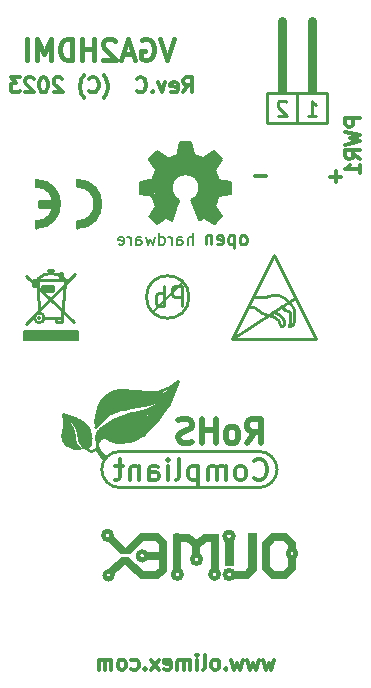
<source format=gbr>
%TF.GenerationSoftware,KiCad,Pcbnew,7.0.9-7.0.9~ubuntu22.04.1*%
%TF.CreationDate,2023-12-18T16:27:13+02:00*%
%TF.ProjectId,VGA2HDMI_Rev_C,56474132-4844-44d4-995f-5265765f432e,C*%
%TF.SameCoordinates,PX5f5e100PY7270e00*%
%TF.FileFunction,Legend,Bot*%
%TF.FilePolarity,Positive*%
%FSLAX46Y46*%
G04 Gerber Fmt 4.6, Leading zero omitted, Abs format (unit mm)*
G04 Created by KiCad (PCBNEW 7.0.9-7.0.9~ubuntu22.04.1) date 2023-12-18 16:27:13*
%MOMM*%
%LPD*%
G01*
G04 APERTURE LIST*
%ADD10C,0.444500*%
%ADD11C,0.317500*%
%ADD12C,0.254000*%
%ADD13C,0.180000*%
%ADD14C,0.500000*%
%ADD15C,0.350000*%
%ADD16C,0.300000*%
%ADD17C,0.700000*%
%ADD18C,0.100000*%
%ADD19C,0.400000*%
%ADD20C,0.150000*%
%ADD21C,0.370000*%
%ADD22C,0.380000*%
%ADD23C,1.000000*%
%ADD24C,0.420000*%
%ADD25C,0.200000*%
%ADD26C,0.127000*%
%ADD27C,0.508000*%
%ADD28C,0.762000*%
G04 APERTURE END LIST*
D10*
X14553999Y54176577D02*
X13961333Y52398577D01*
X13961333Y52398577D02*
X13368666Y54176577D01*
X11844666Y54091910D02*
X12013999Y54176577D01*
X12013999Y54176577D02*
X12267999Y54176577D01*
X12267999Y54176577D02*
X12521999Y54091910D01*
X12521999Y54091910D02*
X12691333Y53922577D01*
X12691333Y53922577D02*
X12775999Y53753243D01*
X12775999Y53753243D02*
X12860666Y53414577D01*
X12860666Y53414577D02*
X12860666Y53160577D01*
X12860666Y53160577D02*
X12775999Y52821910D01*
X12775999Y52821910D02*
X12691333Y52652577D01*
X12691333Y52652577D02*
X12521999Y52483243D01*
X12521999Y52483243D02*
X12267999Y52398577D01*
X12267999Y52398577D02*
X12098666Y52398577D01*
X12098666Y52398577D02*
X11844666Y52483243D01*
X11844666Y52483243D02*
X11759999Y52567910D01*
X11759999Y52567910D02*
X11759999Y53160577D01*
X11759999Y53160577D02*
X12098666Y53160577D01*
X11082666Y52906577D02*
X10235999Y52906577D01*
X11251999Y52398577D02*
X10659333Y54176577D01*
X10659333Y54176577D02*
X10066666Y52398577D01*
X9558666Y54007243D02*
X9473999Y54091910D01*
X9473999Y54091910D02*
X9304666Y54176577D01*
X9304666Y54176577D02*
X8881333Y54176577D01*
X8881333Y54176577D02*
X8711999Y54091910D01*
X8711999Y54091910D02*
X8627333Y54007243D01*
X8627333Y54007243D02*
X8542666Y53837910D01*
X8542666Y53837910D02*
X8542666Y53668577D01*
X8542666Y53668577D02*
X8627333Y53414577D01*
X8627333Y53414577D02*
X9643333Y52398577D01*
X9643333Y52398577D02*
X8542666Y52398577D01*
X7780666Y52398577D02*
X7780666Y54176577D01*
X7780666Y53329910D02*
X6764666Y53329910D01*
X6764666Y52398577D02*
X6764666Y54176577D01*
X5917999Y52398577D02*
X5917999Y54176577D01*
X5917999Y54176577D02*
X5494666Y54176577D01*
X5494666Y54176577D02*
X5240666Y54091910D01*
X5240666Y54091910D02*
X5071333Y53922577D01*
X5071333Y53922577D02*
X4986666Y53753243D01*
X4986666Y53753243D02*
X4901999Y53414577D01*
X4901999Y53414577D02*
X4901999Y53160577D01*
X4901999Y53160577D02*
X4986666Y52821910D01*
X4986666Y52821910D02*
X5071333Y52652577D01*
X5071333Y52652577D02*
X5240666Y52483243D01*
X5240666Y52483243D02*
X5494666Y52398577D01*
X5494666Y52398577D02*
X5917999Y52398577D01*
X4139999Y52398577D02*
X4139999Y54176577D01*
X4139999Y54176577D02*
X3547333Y52906577D01*
X3547333Y52906577D02*
X2954666Y54176577D01*
X2954666Y54176577D02*
X2954666Y52398577D01*
X2107999Y52398577D02*
X2107999Y54176577D01*
D11*
X23069046Y1657651D02*
X22827141Y810984D01*
X22827141Y810984D02*
X22585236Y1415746D01*
X22585236Y1415746D02*
X22343332Y810984D01*
X22343332Y810984D02*
X22101427Y1657651D01*
X21738570Y1657651D02*
X21496665Y810984D01*
X21496665Y810984D02*
X21254760Y1415746D01*
X21254760Y1415746D02*
X21012856Y810984D01*
X21012856Y810984D02*
X20770951Y1657651D01*
X20408094Y1657651D02*
X20166189Y810984D01*
X20166189Y810984D02*
X19924284Y1415746D01*
X19924284Y1415746D02*
X19682380Y810984D01*
X19682380Y810984D02*
X19440475Y1657651D01*
X18956666Y931937D02*
X18896189Y871460D01*
X18896189Y871460D02*
X18956666Y810984D01*
X18956666Y810984D02*
X19017142Y871460D01*
X19017142Y871460D02*
X18956666Y931937D01*
X18956666Y931937D02*
X18956666Y810984D01*
X18170475Y810984D02*
X18291427Y871460D01*
X18291427Y871460D02*
X18351904Y931937D01*
X18351904Y931937D02*
X18412380Y1052889D01*
X18412380Y1052889D02*
X18412380Y1415746D01*
X18412380Y1415746D02*
X18351904Y1536699D01*
X18351904Y1536699D02*
X18291427Y1597175D01*
X18291427Y1597175D02*
X18170475Y1657651D01*
X18170475Y1657651D02*
X17989046Y1657651D01*
X17989046Y1657651D02*
X17868094Y1597175D01*
X17868094Y1597175D02*
X17807618Y1536699D01*
X17807618Y1536699D02*
X17747142Y1415746D01*
X17747142Y1415746D02*
X17747142Y1052889D01*
X17747142Y1052889D02*
X17807618Y931937D01*
X17807618Y931937D02*
X17868094Y871460D01*
X17868094Y871460D02*
X17989046Y810984D01*
X17989046Y810984D02*
X18170475Y810984D01*
X17021427Y810984D02*
X17142379Y871460D01*
X17142379Y871460D02*
X17202856Y992413D01*
X17202856Y992413D02*
X17202856Y2080984D01*
X16537618Y810984D02*
X16537618Y1657651D01*
X16537618Y2080984D02*
X16598094Y2020508D01*
X16598094Y2020508D02*
X16537618Y1960032D01*
X16537618Y1960032D02*
X16477141Y2020508D01*
X16477141Y2020508D02*
X16537618Y2080984D01*
X16537618Y2080984D02*
X16537618Y1960032D01*
X15932856Y810984D02*
X15932856Y1657651D01*
X15932856Y1536699D02*
X15872379Y1597175D01*
X15872379Y1597175D02*
X15751427Y1657651D01*
X15751427Y1657651D02*
X15569998Y1657651D01*
X15569998Y1657651D02*
X15449046Y1597175D01*
X15449046Y1597175D02*
X15388570Y1476222D01*
X15388570Y1476222D02*
X15388570Y810984D01*
X15388570Y1476222D02*
X15328094Y1597175D01*
X15328094Y1597175D02*
X15207141Y1657651D01*
X15207141Y1657651D02*
X15025713Y1657651D01*
X15025713Y1657651D02*
X14904760Y1597175D01*
X14904760Y1597175D02*
X14844284Y1476222D01*
X14844284Y1476222D02*
X14844284Y810984D01*
X13755713Y871460D02*
X13876665Y810984D01*
X13876665Y810984D02*
X14118570Y810984D01*
X14118570Y810984D02*
X14239523Y871460D01*
X14239523Y871460D02*
X14299999Y992413D01*
X14299999Y992413D02*
X14299999Y1476222D01*
X14299999Y1476222D02*
X14239523Y1597175D01*
X14239523Y1597175D02*
X14118570Y1657651D01*
X14118570Y1657651D02*
X13876665Y1657651D01*
X13876665Y1657651D02*
X13755713Y1597175D01*
X13755713Y1597175D02*
X13695237Y1476222D01*
X13695237Y1476222D02*
X13695237Y1355270D01*
X13695237Y1355270D02*
X14299999Y1234318D01*
X13271904Y810984D02*
X12606666Y1657651D01*
X13271904Y1657651D02*
X12606666Y810984D01*
X12122857Y931937D02*
X12062380Y871460D01*
X12062380Y871460D02*
X12122857Y810984D01*
X12122857Y810984D02*
X12183333Y871460D01*
X12183333Y871460D02*
X12122857Y931937D01*
X12122857Y931937D02*
X12122857Y810984D01*
X10973809Y871460D02*
X11094761Y810984D01*
X11094761Y810984D02*
X11336666Y810984D01*
X11336666Y810984D02*
X11457618Y871460D01*
X11457618Y871460D02*
X11518095Y931937D01*
X11518095Y931937D02*
X11578571Y1052889D01*
X11578571Y1052889D02*
X11578571Y1415746D01*
X11578571Y1415746D02*
X11518095Y1536699D01*
X11518095Y1536699D02*
X11457618Y1597175D01*
X11457618Y1597175D02*
X11336666Y1657651D01*
X11336666Y1657651D02*
X11094761Y1657651D01*
X11094761Y1657651D02*
X10973809Y1597175D01*
X10248095Y810984D02*
X10369047Y871460D01*
X10369047Y871460D02*
X10429524Y931937D01*
X10429524Y931937D02*
X10490000Y1052889D01*
X10490000Y1052889D02*
X10490000Y1415746D01*
X10490000Y1415746D02*
X10429524Y1536699D01*
X10429524Y1536699D02*
X10369047Y1597175D01*
X10369047Y1597175D02*
X10248095Y1657651D01*
X10248095Y1657651D02*
X10066666Y1657651D01*
X10066666Y1657651D02*
X9945714Y1597175D01*
X9945714Y1597175D02*
X9885238Y1536699D01*
X9885238Y1536699D02*
X9824762Y1415746D01*
X9824762Y1415746D02*
X9824762Y1052889D01*
X9824762Y1052889D02*
X9885238Y931937D01*
X9885238Y931937D02*
X9945714Y871460D01*
X9945714Y871460D02*
X10066666Y810984D01*
X10066666Y810984D02*
X10248095Y810984D01*
X9280476Y810984D02*
X9280476Y1657651D01*
X9280476Y1536699D02*
X9219999Y1597175D01*
X9219999Y1597175D02*
X9099047Y1657651D01*
X9099047Y1657651D02*
X8917618Y1657651D01*
X8917618Y1657651D02*
X8796666Y1597175D01*
X8796666Y1597175D02*
X8736190Y1476222D01*
X8736190Y1476222D02*
X8736190Y810984D01*
X8736190Y1476222D02*
X8675714Y1597175D01*
X8675714Y1597175D02*
X8554761Y1657651D01*
X8554761Y1657651D02*
X8373333Y1657651D01*
X8373333Y1657651D02*
X8252380Y1597175D01*
X8252380Y1597175D02*
X8191904Y1476222D01*
X8191904Y1476222D02*
X8191904Y810984D01*
X15364380Y49705984D02*
X15787714Y50310746D01*
X16090095Y49705984D02*
X16090095Y50975984D01*
X16090095Y50975984D02*
X15606285Y50975984D01*
X15606285Y50975984D02*
X15485333Y50915508D01*
X15485333Y50915508D02*
X15424856Y50855032D01*
X15424856Y50855032D02*
X15364380Y50734080D01*
X15364380Y50734080D02*
X15364380Y50552651D01*
X15364380Y50552651D02*
X15424856Y50431699D01*
X15424856Y50431699D02*
X15485333Y50371222D01*
X15485333Y50371222D02*
X15606285Y50310746D01*
X15606285Y50310746D02*
X16090095Y50310746D01*
X14336285Y49766460D02*
X14457237Y49705984D01*
X14457237Y49705984D02*
X14699142Y49705984D01*
X14699142Y49705984D02*
X14820095Y49766460D01*
X14820095Y49766460D02*
X14880571Y49887413D01*
X14880571Y49887413D02*
X14880571Y50371222D01*
X14880571Y50371222D02*
X14820095Y50492175D01*
X14820095Y50492175D02*
X14699142Y50552651D01*
X14699142Y50552651D02*
X14457237Y50552651D01*
X14457237Y50552651D02*
X14336285Y50492175D01*
X14336285Y50492175D02*
X14275809Y50371222D01*
X14275809Y50371222D02*
X14275809Y50250270D01*
X14275809Y50250270D02*
X14880571Y50129318D01*
X13852476Y50552651D02*
X13550095Y49705984D01*
X13550095Y49705984D02*
X13247714Y50552651D01*
X12763905Y49826937D02*
X12703428Y49766460D01*
X12703428Y49766460D02*
X12763905Y49705984D01*
X12763905Y49705984D02*
X12824381Y49766460D01*
X12824381Y49766460D02*
X12763905Y49826937D01*
X12763905Y49826937D02*
X12763905Y49705984D01*
X11433428Y49826937D02*
X11493904Y49766460D01*
X11493904Y49766460D02*
X11675333Y49705984D01*
X11675333Y49705984D02*
X11796285Y49705984D01*
X11796285Y49705984D02*
X11977714Y49766460D01*
X11977714Y49766460D02*
X12098666Y49887413D01*
X12098666Y49887413D02*
X12159143Y50008365D01*
X12159143Y50008365D02*
X12219619Y50250270D01*
X12219619Y50250270D02*
X12219619Y50431699D01*
X12219619Y50431699D02*
X12159143Y50673603D01*
X12159143Y50673603D02*
X12098666Y50794556D01*
X12098666Y50794556D02*
X11977714Y50915508D01*
X11977714Y50915508D02*
X11796285Y50975984D01*
X11796285Y50975984D02*
X11675333Y50975984D01*
X11675333Y50975984D02*
X11493904Y50915508D01*
X11493904Y50915508D02*
X11433428Y50855032D01*
X8621285Y49222175D02*
X8681762Y49282651D01*
X8681762Y49282651D02*
X8802714Y49464080D01*
X8802714Y49464080D02*
X8863190Y49585032D01*
X8863190Y49585032D02*
X8923666Y49766460D01*
X8923666Y49766460D02*
X8984143Y50068841D01*
X8984143Y50068841D02*
X8984143Y50310746D01*
X8984143Y50310746D02*
X8923666Y50613127D01*
X8923666Y50613127D02*
X8863190Y50794556D01*
X8863190Y50794556D02*
X8802714Y50915508D01*
X8802714Y50915508D02*
X8681762Y51096937D01*
X8681762Y51096937D02*
X8621285Y51157413D01*
X7411761Y49826937D02*
X7472237Y49766460D01*
X7472237Y49766460D02*
X7653666Y49705984D01*
X7653666Y49705984D02*
X7774618Y49705984D01*
X7774618Y49705984D02*
X7956047Y49766460D01*
X7956047Y49766460D02*
X8076999Y49887413D01*
X8076999Y49887413D02*
X8137476Y50008365D01*
X8137476Y50008365D02*
X8197952Y50250270D01*
X8197952Y50250270D02*
X8197952Y50431699D01*
X8197952Y50431699D02*
X8137476Y50673603D01*
X8137476Y50673603D02*
X8076999Y50794556D01*
X8076999Y50794556D02*
X7956047Y50915508D01*
X7956047Y50915508D02*
X7774618Y50975984D01*
X7774618Y50975984D02*
X7653666Y50975984D01*
X7653666Y50975984D02*
X7472237Y50915508D01*
X7472237Y50915508D02*
X7411761Y50855032D01*
X6988428Y49222175D02*
X6927952Y49282651D01*
X6927952Y49282651D02*
X6806999Y49464080D01*
X6806999Y49464080D02*
X6746523Y49585032D01*
X6746523Y49585032D02*
X6686047Y49766460D01*
X6686047Y49766460D02*
X6625571Y50068841D01*
X6625571Y50068841D02*
X6625571Y50310746D01*
X6625571Y50310746D02*
X6686047Y50613127D01*
X6686047Y50613127D02*
X6746523Y50794556D01*
X6746523Y50794556D02*
X6806999Y50915508D01*
X6806999Y50915508D02*
X6927952Y51096937D01*
X6927952Y51096937D02*
X6988428Y51157413D01*
X5113666Y50855032D02*
X5053190Y50915508D01*
X5053190Y50915508D02*
X4932237Y50975984D01*
X4932237Y50975984D02*
X4629856Y50975984D01*
X4629856Y50975984D02*
X4508904Y50915508D01*
X4508904Y50915508D02*
X4448428Y50855032D01*
X4448428Y50855032D02*
X4387951Y50734080D01*
X4387951Y50734080D02*
X4387951Y50613127D01*
X4387951Y50613127D02*
X4448428Y50431699D01*
X4448428Y50431699D02*
X5174142Y49705984D01*
X5174142Y49705984D02*
X4387951Y49705984D01*
X3601761Y50975984D02*
X3480808Y50975984D01*
X3480808Y50975984D02*
X3359856Y50915508D01*
X3359856Y50915508D02*
X3299380Y50855032D01*
X3299380Y50855032D02*
X3238904Y50734080D01*
X3238904Y50734080D02*
X3178427Y50492175D01*
X3178427Y50492175D02*
X3178427Y50189794D01*
X3178427Y50189794D02*
X3238904Y49947889D01*
X3238904Y49947889D02*
X3299380Y49826937D01*
X3299380Y49826937D02*
X3359856Y49766460D01*
X3359856Y49766460D02*
X3480808Y49705984D01*
X3480808Y49705984D02*
X3601761Y49705984D01*
X3601761Y49705984D02*
X3722713Y49766460D01*
X3722713Y49766460D02*
X3783189Y49826937D01*
X3783189Y49826937D02*
X3843666Y49947889D01*
X3843666Y49947889D02*
X3904142Y50189794D01*
X3904142Y50189794D02*
X3904142Y50492175D01*
X3904142Y50492175D02*
X3843666Y50734080D01*
X3843666Y50734080D02*
X3783189Y50855032D01*
X3783189Y50855032D02*
X3722713Y50915508D01*
X3722713Y50915508D02*
X3601761Y50975984D01*
X2694618Y50855032D02*
X2634142Y50915508D01*
X2634142Y50915508D02*
X2513189Y50975984D01*
X2513189Y50975984D02*
X2210808Y50975984D01*
X2210808Y50975984D02*
X2089856Y50915508D01*
X2089856Y50915508D02*
X2029380Y50855032D01*
X2029380Y50855032D02*
X1968903Y50734080D01*
X1968903Y50734080D02*
X1968903Y50613127D01*
X1968903Y50613127D02*
X2029380Y50431699D01*
X2029380Y50431699D02*
X2755094Y49705984D01*
X2755094Y49705984D02*
X1968903Y49705984D01*
X1545570Y50975984D02*
X759379Y50975984D01*
X759379Y50975984D02*
X1182713Y50492175D01*
X1182713Y50492175D02*
X1001284Y50492175D01*
X1001284Y50492175D02*
X880332Y50431699D01*
X880332Y50431699D02*
X819856Y50371222D01*
X819856Y50371222D02*
X759379Y50250270D01*
X759379Y50250270D02*
X759379Y49947889D01*
X759379Y49947889D02*
X819856Y49826937D01*
X819856Y49826937D02*
X880332Y49766460D01*
X880332Y49766460D02*
X1001284Y49705984D01*
X1001284Y49705984D02*
X1364141Y49705984D01*
X1364141Y49705984D02*
X1485094Y49766460D01*
X1485094Y49766460D02*
X1545570Y49826937D01*
X28753809Y42569794D02*
X27786190Y42569794D01*
X28269999Y42085984D02*
X28269999Y43053603D01*
X21436190Y42617207D02*
X22403810Y42617207D01*
D12*
X20516297Y36842568D02*
X20621059Y36894948D01*
X20621059Y36894948D02*
X20673440Y36947329D01*
X20673440Y36947329D02*
X20725821Y37052091D01*
X20725821Y37052091D02*
X20725821Y37366377D01*
X20725821Y37366377D02*
X20673440Y37471139D01*
X20673440Y37471139D02*
X20621059Y37523520D01*
X20621059Y37523520D02*
X20516297Y37575901D01*
X20516297Y37575901D02*
X20359154Y37575901D01*
X20359154Y37575901D02*
X20254392Y37523520D01*
X20254392Y37523520D02*
X20202011Y37471139D01*
X20202011Y37471139D02*
X20149630Y37366377D01*
X20149630Y37366377D02*
X20149630Y37052091D01*
X20149630Y37052091D02*
X20202011Y36947329D01*
X20202011Y36947329D02*
X20254392Y36894948D01*
X20254392Y36894948D02*
X20359154Y36842568D01*
X20359154Y36842568D02*
X20516297Y36842568D01*
X19678202Y37575901D02*
X19678202Y36475901D01*
X19678202Y37523520D02*
X19573440Y37575901D01*
X19573440Y37575901D02*
X19363916Y37575901D01*
X19363916Y37575901D02*
X19259154Y37523520D01*
X19259154Y37523520D02*
X19206773Y37471139D01*
X19206773Y37471139D02*
X19154392Y37366377D01*
X19154392Y37366377D02*
X19154392Y37052091D01*
X19154392Y37052091D02*
X19206773Y36947329D01*
X19206773Y36947329D02*
X19259154Y36894948D01*
X19259154Y36894948D02*
X19363916Y36842568D01*
X19363916Y36842568D02*
X19573440Y36842568D01*
X19573440Y36842568D02*
X19678202Y36894948D01*
X18263916Y36894948D02*
X18368678Y36842568D01*
X18368678Y36842568D02*
X18578202Y36842568D01*
X18578202Y36842568D02*
X18682964Y36894948D01*
X18682964Y36894948D02*
X18735345Y36999710D01*
X18735345Y36999710D02*
X18735345Y37418758D01*
X18735345Y37418758D02*
X18682964Y37523520D01*
X18682964Y37523520D02*
X18578202Y37575901D01*
X18578202Y37575901D02*
X18368678Y37575901D01*
X18368678Y37575901D02*
X18263916Y37523520D01*
X18263916Y37523520D02*
X18211535Y37418758D01*
X18211535Y37418758D02*
X18211535Y37313996D01*
X18211535Y37313996D02*
X18735345Y37209234D01*
X17740107Y37575901D02*
X17740107Y36842568D01*
X17740107Y37471139D02*
X17687726Y37523520D01*
X17687726Y37523520D02*
X17582964Y37575901D01*
X17582964Y37575901D02*
X17425821Y37575901D01*
X17425821Y37575901D02*
X17321059Y37523520D01*
X17321059Y37523520D02*
X17268678Y37418758D01*
X17268678Y37418758D02*
X17268678Y36842568D01*
D13*
X16200797Y36793541D02*
X16200797Y37793541D01*
X15772226Y36793541D02*
X15772226Y37317351D01*
X15772226Y37317351D02*
X15819845Y37412589D01*
X15819845Y37412589D02*
X15915083Y37460208D01*
X15915083Y37460208D02*
X16057940Y37460208D01*
X16057940Y37460208D02*
X16153178Y37412589D01*
X16153178Y37412589D02*
X16200797Y37364970D01*
X14867464Y36793541D02*
X14867464Y37317351D01*
X14867464Y37317351D02*
X14915083Y37412589D01*
X14915083Y37412589D02*
X15010321Y37460208D01*
X15010321Y37460208D02*
X15200797Y37460208D01*
X15200797Y37460208D02*
X15296035Y37412589D01*
X14867464Y36841160D02*
X14962702Y36793541D01*
X14962702Y36793541D02*
X15200797Y36793541D01*
X15200797Y36793541D02*
X15296035Y36841160D01*
X15296035Y36841160D02*
X15343654Y36936399D01*
X15343654Y36936399D02*
X15343654Y37031637D01*
X15343654Y37031637D02*
X15296035Y37126875D01*
X15296035Y37126875D02*
X15200797Y37174494D01*
X15200797Y37174494D02*
X14962702Y37174494D01*
X14962702Y37174494D02*
X14867464Y37222113D01*
X14391273Y36793541D02*
X14391273Y37460208D01*
X14391273Y37269732D02*
X14343654Y37364970D01*
X14343654Y37364970D02*
X14296035Y37412589D01*
X14296035Y37412589D02*
X14200797Y37460208D01*
X14200797Y37460208D02*
X14105559Y37460208D01*
X13343654Y36793541D02*
X13343654Y37793541D01*
X13343654Y36841160D02*
X13438892Y36793541D01*
X13438892Y36793541D02*
X13629368Y36793541D01*
X13629368Y36793541D02*
X13724606Y36841160D01*
X13724606Y36841160D02*
X13772225Y36888780D01*
X13772225Y36888780D02*
X13819844Y36984018D01*
X13819844Y36984018D02*
X13819844Y37269732D01*
X13819844Y37269732D02*
X13772225Y37364970D01*
X13772225Y37364970D02*
X13724606Y37412589D01*
X13724606Y37412589D02*
X13629368Y37460208D01*
X13629368Y37460208D02*
X13438892Y37460208D01*
X13438892Y37460208D02*
X13343654Y37412589D01*
X12962701Y37460208D02*
X12772225Y36793541D01*
X12772225Y36793541D02*
X12581749Y37269732D01*
X12581749Y37269732D02*
X12391273Y36793541D01*
X12391273Y36793541D02*
X12200797Y37460208D01*
X11391273Y36793541D02*
X11391273Y37317351D01*
X11391273Y37317351D02*
X11438892Y37412589D01*
X11438892Y37412589D02*
X11534130Y37460208D01*
X11534130Y37460208D02*
X11724606Y37460208D01*
X11724606Y37460208D02*
X11819844Y37412589D01*
X11391273Y36841160D02*
X11486511Y36793541D01*
X11486511Y36793541D02*
X11724606Y36793541D01*
X11724606Y36793541D02*
X11819844Y36841160D01*
X11819844Y36841160D02*
X11867463Y36936399D01*
X11867463Y36936399D02*
X11867463Y37031637D01*
X11867463Y37031637D02*
X11819844Y37126875D01*
X11819844Y37126875D02*
X11724606Y37174494D01*
X11724606Y37174494D02*
X11486511Y37174494D01*
X11486511Y37174494D02*
X11391273Y37222113D01*
X10915082Y36793541D02*
X10915082Y37460208D01*
X10915082Y37269732D02*
X10867463Y37364970D01*
X10867463Y37364970D02*
X10819844Y37412589D01*
X10819844Y37412589D02*
X10724606Y37460208D01*
X10724606Y37460208D02*
X10629368Y37460208D01*
X9915082Y36841160D02*
X10010320Y36793541D01*
X10010320Y36793541D02*
X10200796Y36793541D01*
X10200796Y36793541D02*
X10296034Y36841160D01*
X10296034Y36841160D02*
X10343653Y36936399D01*
X10343653Y36936399D02*
X10343653Y37317351D01*
X10343653Y37317351D02*
X10296034Y37412589D01*
X10296034Y37412589D02*
X10200796Y37460208D01*
X10200796Y37460208D02*
X10010320Y37460208D01*
X10010320Y37460208D02*
X9915082Y37412589D01*
X9915082Y37412589D02*
X9867463Y37317351D01*
X9867463Y37317351D02*
X9867463Y37222113D01*
X9867463Y37222113D02*
X10343653Y37126875D01*
D12*
X15234268Y31576435D02*
X15234268Y33276435D01*
X15234268Y33276435D02*
X14662839Y33276435D01*
X14662839Y33276435D02*
X14519982Y33195483D01*
X14519982Y33195483D02*
X14448553Y33114530D01*
X14448553Y33114530D02*
X14377125Y32952626D01*
X14377125Y32952626D02*
X14377125Y32709768D01*
X14377125Y32709768D02*
X14448553Y32547864D01*
X14448553Y32547864D02*
X14519982Y32466911D01*
X14519982Y32466911D02*
X14662839Y32385959D01*
X14662839Y32385959D02*
X15234268Y32385959D01*
X13734268Y31576435D02*
X13734268Y33276435D01*
X13734268Y32628816D02*
X13591411Y32709768D01*
X13591411Y32709768D02*
X13305696Y32709768D01*
X13305696Y32709768D02*
X13162839Y32628816D01*
X13162839Y32628816D02*
X13091411Y32547864D01*
X13091411Y32547864D02*
X13019982Y32385959D01*
X13019982Y32385959D02*
X13019982Y31900245D01*
X13019982Y31900245D02*
X13091411Y31738340D01*
X13091411Y31738340D02*
X13162839Y31657387D01*
X13162839Y31657387D02*
X13305696Y31576435D01*
X13305696Y31576435D02*
X13591411Y31576435D01*
X13591411Y31576435D02*
X13734268Y31657387D01*
D14*
X20771634Y20020442D02*
X21438301Y20972823D01*
X21914491Y20020442D02*
X21914491Y22020442D01*
X21914491Y22020442D02*
X21152586Y22020442D01*
X21152586Y22020442D02*
X20962110Y21925204D01*
X20962110Y21925204D02*
X20866872Y21829966D01*
X20866872Y21829966D02*
X20771634Y21639490D01*
X20771634Y21639490D02*
X20771634Y21353776D01*
X20771634Y21353776D02*
X20866872Y21163300D01*
X20866872Y21163300D02*
X20962110Y21068061D01*
X20962110Y21068061D02*
X21152586Y20972823D01*
X21152586Y20972823D02*
X21914491Y20972823D01*
X19628777Y20020442D02*
X19819253Y20115680D01*
X19819253Y20115680D02*
X19914491Y20210919D01*
X19914491Y20210919D02*
X20009729Y20401395D01*
X20009729Y20401395D02*
X20009729Y20972823D01*
X20009729Y20972823D02*
X19914491Y21163300D01*
X19914491Y21163300D02*
X19819253Y21258538D01*
X19819253Y21258538D02*
X19628777Y21353776D01*
X19628777Y21353776D02*
X19343062Y21353776D01*
X19343062Y21353776D02*
X19152586Y21258538D01*
X19152586Y21258538D02*
X19057348Y21163300D01*
X19057348Y21163300D02*
X18962110Y20972823D01*
X18962110Y20972823D02*
X18962110Y20401395D01*
X18962110Y20401395D02*
X19057348Y20210919D01*
X19057348Y20210919D02*
X19152586Y20115680D01*
X19152586Y20115680D02*
X19343062Y20020442D01*
X19343062Y20020442D02*
X19628777Y20020442D01*
X18104967Y20020442D02*
X18104967Y22020442D01*
X18104967Y21068061D02*
X16962110Y21068061D01*
X16962110Y20020442D02*
X16962110Y22020442D01*
X16104967Y20115680D02*
X15819253Y20020442D01*
X15819253Y20020442D02*
X15343062Y20020442D01*
X15343062Y20020442D02*
X15152586Y20115680D01*
X15152586Y20115680D02*
X15057348Y20210919D01*
X15057348Y20210919D02*
X14962110Y20401395D01*
X14962110Y20401395D02*
X14962110Y20591871D01*
X14962110Y20591871D02*
X15057348Y20782347D01*
X15057348Y20782347D02*
X15152586Y20877585D01*
X15152586Y20877585D02*
X15343062Y20972823D01*
X15343062Y20972823D02*
X15724015Y21068061D01*
X15724015Y21068061D02*
X15914491Y21163300D01*
X15914491Y21163300D02*
X16009729Y21258538D01*
X16009729Y21258538D02*
X16104967Y21449014D01*
X16104967Y21449014D02*
X16104967Y21639490D01*
X16104967Y21639490D02*
X16009729Y21829966D01*
X16009729Y21829966D02*
X15914491Y21925204D01*
X15914491Y21925204D02*
X15724015Y22020442D01*
X15724015Y22020442D02*
X15247824Y22020442D01*
X15247824Y22020442D02*
X14962110Y21925204D01*
D15*
X21350193Y17079196D02*
X21434860Y16994529D01*
X21434860Y16994529D02*
X21688860Y16909863D01*
X21688860Y16909863D02*
X21858193Y16909863D01*
X21858193Y16909863D02*
X22112193Y16994529D01*
X22112193Y16994529D02*
X22281527Y17163863D01*
X22281527Y17163863D02*
X22366193Y17333196D01*
X22366193Y17333196D02*
X22450860Y17671863D01*
X22450860Y17671863D02*
X22450860Y17925863D01*
X22450860Y17925863D02*
X22366193Y18264529D01*
X22366193Y18264529D02*
X22281527Y18433863D01*
X22281527Y18433863D02*
X22112193Y18603196D01*
X22112193Y18603196D02*
X21858193Y18687863D01*
X21858193Y18687863D02*
X21688860Y18687863D01*
X21688860Y18687863D02*
X21434860Y18603196D01*
X21434860Y18603196D02*
X21350193Y18518529D01*
X20334193Y16909863D02*
X20503527Y16994529D01*
X20503527Y16994529D02*
X20588193Y17079196D01*
X20588193Y17079196D02*
X20672860Y17248529D01*
X20672860Y17248529D02*
X20672860Y17756529D01*
X20672860Y17756529D02*
X20588193Y17925863D01*
X20588193Y17925863D02*
X20503527Y18010529D01*
X20503527Y18010529D02*
X20334193Y18095196D01*
X20334193Y18095196D02*
X20080193Y18095196D01*
X20080193Y18095196D02*
X19910860Y18010529D01*
X19910860Y18010529D02*
X19826193Y17925863D01*
X19826193Y17925863D02*
X19741527Y17756529D01*
X19741527Y17756529D02*
X19741527Y17248529D01*
X19741527Y17248529D02*
X19826193Y17079196D01*
X19826193Y17079196D02*
X19910860Y16994529D01*
X19910860Y16994529D02*
X20080193Y16909863D01*
X20080193Y16909863D02*
X20334193Y16909863D01*
X18979526Y16909863D02*
X18979526Y18095196D01*
X18979526Y17925863D02*
X18894860Y18010529D01*
X18894860Y18010529D02*
X18725526Y18095196D01*
X18725526Y18095196D02*
X18471526Y18095196D01*
X18471526Y18095196D02*
X18302193Y18010529D01*
X18302193Y18010529D02*
X18217526Y17841196D01*
X18217526Y17841196D02*
X18217526Y16909863D01*
X18217526Y17841196D02*
X18132860Y18010529D01*
X18132860Y18010529D02*
X17963526Y18095196D01*
X17963526Y18095196D02*
X17709526Y18095196D01*
X17709526Y18095196D02*
X17540193Y18010529D01*
X17540193Y18010529D02*
X17455526Y17841196D01*
X17455526Y17841196D02*
X17455526Y16909863D01*
X16608859Y18095196D02*
X16608859Y16317196D01*
X16608859Y18010529D02*
X16439526Y18095196D01*
X16439526Y18095196D02*
X16100859Y18095196D01*
X16100859Y18095196D02*
X15931526Y18010529D01*
X15931526Y18010529D02*
X15846859Y17925863D01*
X15846859Y17925863D02*
X15762193Y17756529D01*
X15762193Y17756529D02*
X15762193Y17248529D01*
X15762193Y17248529D02*
X15846859Y17079196D01*
X15846859Y17079196D02*
X15931526Y16994529D01*
X15931526Y16994529D02*
X16100859Y16909863D01*
X16100859Y16909863D02*
X16439526Y16909863D01*
X16439526Y16909863D02*
X16608859Y16994529D01*
X14746192Y16909863D02*
X14915526Y16994529D01*
X14915526Y16994529D02*
X15000192Y17163863D01*
X15000192Y17163863D02*
X15000192Y18687863D01*
X14068859Y16909863D02*
X14068859Y18095196D01*
X14068859Y18687863D02*
X14153526Y18603196D01*
X14153526Y18603196D02*
X14068859Y18518529D01*
X14068859Y18518529D02*
X13984193Y18603196D01*
X13984193Y18603196D02*
X14068859Y18687863D01*
X14068859Y18687863D02*
X14068859Y18518529D01*
X12460192Y16909863D02*
X12460192Y17841196D01*
X12460192Y17841196D02*
X12544859Y18010529D01*
X12544859Y18010529D02*
X12714192Y18095196D01*
X12714192Y18095196D02*
X13052859Y18095196D01*
X13052859Y18095196D02*
X13222192Y18010529D01*
X12460192Y16994529D02*
X12629526Y16909863D01*
X12629526Y16909863D02*
X13052859Y16909863D01*
X13052859Y16909863D02*
X13222192Y16994529D01*
X13222192Y16994529D02*
X13306859Y17163863D01*
X13306859Y17163863D02*
X13306859Y17333196D01*
X13306859Y17333196D02*
X13222192Y17502529D01*
X13222192Y17502529D02*
X13052859Y17587196D01*
X13052859Y17587196D02*
X12629526Y17587196D01*
X12629526Y17587196D02*
X12460192Y17671863D01*
X11613525Y18095196D02*
X11613525Y16909863D01*
X11613525Y17925863D02*
X11528859Y18010529D01*
X11528859Y18010529D02*
X11359525Y18095196D01*
X11359525Y18095196D02*
X11105525Y18095196D01*
X11105525Y18095196D02*
X10936192Y18010529D01*
X10936192Y18010529D02*
X10851525Y17841196D01*
X10851525Y17841196D02*
X10851525Y16909863D01*
X10258858Y18095196D02*
X9581525Y18095196D01*
X10004858Y18687863D02*
X10004858Y17163863D01*
X10004858Y17163863D02*
X9920192Y16994529D01*
X9920192Y16994529D02*
X9750858Y16909863D01*
X9750858Y16909863D02*
X9581525Y16909863D01*
D11*
X30365016Y47495096D02*
X29095016Y47495096D01*
X29095016Y47495096D02*
X29095016Y47011286D01*
X29095016Y47011286D02*
X29155492Y46890334D01*
X29155492Y46890334D02*
X29215968Y46829857D01*
X29215968Y46829857D02*
X29336920Y46769381D01*
X29336920Y46769381D02*
X29518349Y46769381D01*
X29518349Y46769381D02*
X29639301Y46829857D01*
X29639301Y46829857D02*
X29699778Y46890334D01*
X29699778Y46890334D02*
X29760254Y47011286D01*
X29760254Y47011286D02*
X29760254Y47495096D01*
X29095016Y46346048D02*
X30365016Y46043667D01*
X30365016Y46043667D02*
X29457873Y45801762D01*
X29457873Y45801762D02*
X30365016Y45559857D01*
X30365016Y45559857D02*
X29095016Y45257476D01*
X30365016Y44047952D02*
X29760254Y44471286D01*
X30365016Y44773667D02*
X29095016Y44773667D01*
X29095016Y44773667D02*
X29095016Y44289857D01*
X29095016Y44289857D02*
X29155492Y44168905D01*
X29155492Y44168905D02*
X29215968Y44108428D01*
X29215968Y44108428D02*
X29336920Y44047952D01*
X29336920Y44047952D02*
X29518349Y44047952D01*
X29518349Y44047952D02*
X29639301Y44108428D01*
X29639301Y44108428D02*
X29699778Y44168905D01*
X29699778Y44168905D02*
X29760254Y44289857D01*
X29760254Y44289857D02*
X29760254Y44773667D01*
X30365016Y42838428D02*
X30365016Y43564143D01*
X30365016Y43201286D02*
X29095016Y43201286D01*
X29095016Y43201286D02*
X29276444Y43322238D01*
X29276444Y43322238D02*
X29397397Y43443190D01*
X29397397Y43443190D02*
X29457873Y43564143D01*
D12*
X25907142Y47718282D02*
X26632857Y47718282D01*
X26270000Y47718282D02*
X26270000Y48988282D01*
X26270000Y48988282D02*
X26390952Y48806854D01*
X26390952Y48806854D02*
X26511904Y48685901D01*
X26511904Y48685901D02*
X26632857Y48625425D01*
X24092857Y48867330D02*
X24032381Y48927806D01*
X24032381Y48927806D02*
X23911428Y48988282D01*
X23911428Y48988282D02*
X23609047Y48988282D01*
X23609047Y48988282D02*
X23488095Y48927806D01*
X23488095Y48927806D02*
X23427619Y48867330D01*
X23427619Y48867330D02*
X23367142Y48746378D01*
X23367142Y48746378D02*
X23367142Y48625425D01*
X23367142Y48625425D02*
X23427619Y48443997D01*
X23427619Y48443997D02*
X24153333Y47718282D01*
X24153333Y47718282D02*
X23367142Y47718282D01*
X6398000Y38744000D02*
X6398000Y38244000D01*
X6398000Y42244000D02*
X6398000Y41744000D01*
X4398000Y40494000D02*
X3148000Y40494000D01*
X3148000Y39994000D02*
X4398000Y39994000D01*
X3148000Y40244000D02*
X4398000Y40244000D01*
X3148000Y40494000D02*
X3148000Y39994000D01*
X2898000Y38744000D02*
X2898000Y38244000D01*
X2898000Y42244000D02*
X2898000Y41744000D01*
D16*
X6447980Y38494000D02*
G75*
G03*
X6448000Y41994000I-49980J1750000D01*
G01*
D12*
X6398000Y38744000D02*
G75*
G03*
X6398000Y41744000I0J1500000D01*
G01*
X6398000Y38244000D02*
G75*
G03*
X6398000Y42244000I0J2000000D01*
G01*
D16*
X2947980Y38494000D02*
G75*
G03*
X2948000Y41994000I-49980J1750000D01*
G01*
D12*
X2898000Y38744000D02*
G75*
G03*
X2898000Y41744000I0J1500000D01*
G01*
X2898000Y38244000D02*
G75*
G03*
X2898000Y42244000I0J2000000D01*
G01*
D17*
X24587000Y9408400D02*
X24002800Y8836900D01*
X24587000Y11376900D02*
X24587000Y11135600D01*
X24587000Y11427700D02*
X24079000Y11935700D01*
X24574300Y9395700D02*
X24574300Y10157700D01*
X24015500Y8836900D02*
X22974100Y8836900D01*
X22986800Y12011900D02*
X22351800Y11402300D01*
X22986800Y12024600D02*
X23990100Y12024600D01*
X22377200Y9446500D02*
X22936000Y8862300D01*
X22364500Y11415000D02*
X22364500Y9484600D01*
D18*
X21513600Y12367500D02*
X21513600Y9217900D01*
X21500900Y12367500D02*
X21513600Y12367500D01*
X21488200Y12367500D02*
X21500900Y12367500D01*
X21373900Y12278600D02*
X21437400Y12291300D01*
D17*
X21208800Y9294100D02*
X21208800Y12024600D01*
D18*
X21208800Y12367500D02*
X21488200Y12367500D01*
X21196100Y12367500D02*
X20891300Y12367500D01*
X21069100Y12291300D02*
X20954800Y12291300D01*
X20891300Y12367500D02*
X20891300Y9332200D01*
D17*
X20751600Y8849600D02*
X21208800Y9306800D01*
X19765800Y8849600D02*
X20751600Y8849600D01*
D18*
X19570500Y9662400D02*
X18960900Y9662400D01*
X19570500Y11681700D02*
X19570500Y9662400D01*
X19430800Y9725900D02*
X19494300Y9725900D01*
D17*
X19253000Y11567400D02*
X19253000Y9967200D01*
D18*
X19087900Y9725900D02*
X18999000Y9725900D01*
X18960900Y9662400D02*
X18935500Y9662400D01*
X18935500Y9662400D02*
X18935500Y11681700D01*
X18351300Y9319500D02*
X18351300Y12304000D01*
X18351300Y12316700D02*
X17106700Y12316700D01*
X18198900Y12253200D02*
X18275100Y12253200D01*
D17*
X18033800Y9408400D02*
X18033800Y11999200D01*
X18033800Y11999200D02*
X17195600Y11999200D01*
X17195600Y11999200D02*
X16586000Y11491200D01*
D18*
X17106700Y12316700D02*
X16522500Y11834100D01*
D17*
X16484400Y10703800D02*
X16484400Y11415000D01*
X16408200Y11491200D02*
X15773200Y11999200D01*
D18*
X15862100Y12316700D02*
X16484400Y11821400D01*
X15836700Y12316700D02*
X15862100Y12316700D01*
D17*
X15773200Y11999200D02*
X14884200Y11999200D01*
X14871500Y12011900D02*
X14871500Y9408400D01*
D18*
X14693700Y12240500D02*
X14592100Y12240500D01*
X14541300Y9294100D02*
X14541300Y12304000D01*
X14541300Y12304000D02*
X14541300Y12316700D01*
X14541300Y12316700D02*
X15836700Y12316700D01*
D17*
X13614200Y9281400D02*
X13182400Y8849600D01*
X13614200Y11516600D02*
X13614200Y9281400D01*
X13614200Y11542000D02*
X13131600Y12050000D01*
X13182400Y8849600D02*
X11861600Y8849600D01*
D18*
X13169700Y12354800D02*
X11798100Y12354800D01*
D17*
X13083500Y12024600D02*
X11861600Y12024600D01*
X12395000Y10449800D02*
X13614200Y10449800D01*
X11861600Y8849600D02*
X10718600Y9967200D01*
X11861600Y12024600D02*
X10769400Y10957800D01*
D18*
X11798100Y12354800D02*
X11747300Y12354800D01*
X11747300Y12354800D02*
X10490000Y11110200D01*
D14*
X10744000Y10843500D02*
X10185200Y10843500D01*
X10718600Y10068800D02*
X10185200Y10068800D01*
D17*
X9372400Y9154400D02*
X10210600Y9967200D01*
X9321600Y11834100D02*
X10185200Y10940400D01*
D19*
X24911747Y10653000D02*
G75*
G03*
X24911747Y10653000I-337447J0D01*
G01*
X19619324Y8875000D02*
G75*
G03*
X19619324Y8875000I-366324J0D01*
G01*
X19613818Y12100800D02*
G75*
G03*
X19613818Y12100800I-373518J0D01*
G01*
X18380759Y8900400D02*
G75*
G03*
X18380759Y8900400I-359659J0D01*
G01*
X16855318Y10170400D02*
G75*
G03*
X16855318Y10170400I-370918J0D01*
G01*
X15234729Y8887700D02*
G75*
G03*
X15234729Y8887700I-363229J0D01*
G01*
X12246659Y10449800D02*
G75*
G03*
X12246659Y10449800I-359659J0D01*
G01*
X9371666Y8798800D02*
G75*
G03*
X9371666Y8798800I-329466J0D01*
G01*
X9312735Y12189700D02*
G75*
G03*
X9312735Y12189700I-359435J0D01*
G01*
D12*
X26619000Y28814000D02*
X19507000Y28814000D01*
X24841000Y32306500D02*
X19507000Y28814000D01*
X24777500Y31290500D02*
X24777500Y30211000D01*
X24396500Y30084000D02*
X24460000Y30084000D01*
X24396500Y30084000D02*
X24396500Y31100000D01*
X24333000Y29893500D02*
X24333000Y30020500D01*
X23825000Y29893500D02*
X23672600Y29893500D01*
X23063000Y35926000D02*
X26619000Y28814000D01*
X22466100Y32370000D02*
X21285000Y32370000D01*
X21285000Y32370000D02*
X23063000Y35926000D01*
X20840500Y31481000D02*
X21285000Y32370000D01*
X20840500Y31481000D02*
X21158000Y31481000D01*
X19507000Y28814000D02*
X20840500Y31481000D01*
X24396500Y29830000D02*
G75*
G03*
X24777500Y30211000I0J381000D01*
G01*
X24777485Y31290500D02*
G75*
G03*
X24588048Y31606424I-357985J100D01*
G01*
X24269500Y31925500D02*
G75*
G03*
X24585549Y31607858I794860J474820D01*
G01*
X24587000Y29957000D02*
G75*
G03*
X24460000Y30084000I-127000J0D01*
G01*
X23697998Y31544498D02*
G75*
G03*
X24394935Y31098155I850962J561442D01*
G01*
X24333063Y29893497D02*
G75*
G03*
X24394071Y29827456I63437J-2597D01*
G01*
X24396500Y30084000D02*
G75*
G03*
X24333000Y30020500I0J-63500D01*
G01*
X23825000Y29893501D02*
G75*
G03*
X23951966Y30020400I-63500J190499D01*
G01*
X23951999Y30020500D02*
G75*
G03*
X23951067Y30337326I-317499J157480D01*
G01*
X23634500Y29893500D02*
G75*
G03*
X23062915Y30654035I-855980J-48260D01*
G01*
X23952000Y30338000D02*
G75*
G03*
X23000708Y31098834I-1236980J-571500D01*
G01*
X24269500Y31925500D02*
G75*
G03*
X22682721Y32433321I-1120140J-767080D01*
G01*
X22466100Y32369996D02*
G75*
G03*
X22681915Y32431887I33100J291804D01*
G01*
X23063000Y30655500D02*
G75*
G03*
X22623275Y30781506I-1265300J-3585300D01*
G01*
X21666000Y31290500D02*
G75*
G03*
X22488462Y30844425I970350J807850D01*
G01*
X21665995Y31290496D02*
G75*
G03*
X21157301Y31480526I-444495J-413996D01*
G01*
D20*
X19438420Y42113440D02*
X18267480Y42316640D01*
X19435880Y41117760D02*
X18364000Y40922180D01*
X19435880Y42110900D02*
X19435880Y41125380D01*
D21*
X19298720Y42019460D02*
X18280180Y42199800D01*
X19296180Y41229520D02*
X18346220Y41011080D01*
D20*
X19286020Y41867060D02*
X18170960Y42113440D01*
D22*
X19286020Y42006760D02*
X19291100Y41219360D01*
D20*
X19143780Y41922940D02*
X19143780Y41272700D01*
D23*
X18828820Y41625760D02*
X17411500Y41686720D01*
D20*
X18673880Y39210220D02*
X18076980Y40073820D01*
X18651020Y44031140D02*
X17977920Y44744880D01*
X18630700Y43995580D02*
X18036340Y43142140D01*
D22*
X18508780Y39228000D02*
X17944900Y38689520D01*
D21*
X18493540Y39228000D02*
X17960140Y40061120D01*
D22*
X18488460Y44026060D02*
X17988080Y44559460D01*
D21*
X18478300Y44003200D02*
X17922040Y43152300D01*
D20*
X18369080Y42311560D02*
X18033800Y43144680D01*
D21*
X18318280Y40988220D02*
X17960140Y40104300D01*
X18249700Y42235360D02*
X17901720Y43101500D01*
D23*
X18031260Y41138080D02*
X17325140Y41265080D01*
D20*
X17995700Y44483260D02*
X17111780Y43761900D01*
X17965220Y44747420D02*
X16994940Y44031140D01*
X17944900Y38514260D02*
X18666260Y39207680D01*
D21*
X17939820Y44584860D02*
X17111780Y43932080D01*
D19*
X17932200Y38689520D02*
X17152420Y39220380D01*
D23*
X17843300Y43911760D02*
X16781580Y42804320D01*
X17792500Y39421040D02*
X16939060Y40442120D01*
X17782340Y40492920D02*
X17218460Y40972980D01*
D20*
X17756940Y43134520D02*
X18143020Y42136300D01*
X17751860Y43129440D02*
X18353840Y44038760D01*
D23*
X17706140Y42382680D02*
X17264180Y42222660D01*
X17530880Y42862740D02*
X17073680Y42573180D01*
D21*
X17142260Y39238160D02*
X16824760Y39032420D01*
D23*
X17116860Y39593760D02*
X16751100Y40355760D01*
D20*
X17111780Y39085760D02*
X17937280Y38521880D01*
X17106700Y43764440D02*
X16123720Y44257200D01*
X17099080Y39075600D02*
X16753640Y38854620D01*
D21*
X17050820Y43942240D02*
X16205000Y44348640D01*
D20*
X17030500Y44099720D02*
X16126260Y44478180D01*
X17020340Y41905160D02*
X16888260Y41082200D01*
X16883180Y41051720D02*
X16789200Y40881540D01*
X16883180Y41051720D02*
X16789200Y40881540D01*
D24*
X16796820Y39052740D02*
X16245640Y40475140D01*
D20*
X16776500Y40851060D02*
X16469160Y40584360D01*
X16715540Y38872400D02*
X16065300Y40541180D01*
X16659660Y40830740D02*
X16400580Y40492920D01*
X16596160Y42641760D02*
X17015260Y41910240D01*
D23*
X16532660Y43639980D02*
X16357400Y43281840D01*
D20*
X16291360Y40716440D02*
X16065300Y40541180D01*
D23*
X16098320Y43899060D02*
X15930680Y43289460D01*
D20*
X16042440Y45494180D02*
X16243100Y44468020D01*
X16032280Y45501800D02*
X15067080Y45501800D01*
D21*
X15953540Y45395120D02*
X15168680Y45395120D01*
X15945920Y45382420D02*
X16151660Y44368960D01*
D20*
X15724940Y43071020D02*
X16596160Y42641760D01*
D23*
X15582700Y44887120D02*
X15577620Y43373280D01*
D21*
X15186460Y45374800D02*
X14973100Y44356260D01*
D20*
X15067080Y45501800D02*
X14841020Y44330860D01*
D21*
X14973100Y44356260D02*
X14071400Y43906680D01*
D20*
X14927380Y40259240D02*
X15049300Y40543720D01*
X14909600Y42903380D02*
X15724940Y43063400D01*
X14851180Y44412140D02*
X14046000Y44074320D01*
D23*
X14833400Y43883820D02*
X15054380Y43198020D01*
D20*
X14790220Y40713900D02*
X15044220Y40548800D01*
X14767360Y40520860D02*
X14239040Y39139100D01*
X14724180Y40462440D02*
X14546380Y40584360D01*
X14546380Y40584360D02*
X14170460Y41295560D01*
D23*
X14406680Y40355760D02*
X13225580Y39342300D01*
X14406680Y40447200D02*
X14073940Y39715680D01*
D20*
X14399060Y42474120D02*
X14909600Y42903380D01*
X14376200Y38841920D02*
X14762280Y39822360D01*
D21*
X14338100Y39055280D02*
X14912140Y40495460D01*
D23*
X14292380Y40492920D02*
X13675160Y40165260D01*
X14246660Y43632360D02*
X14665760Y43045620D01*
D20*
X14170460Y41295560D02*
X14170460Y41813720D01*
X14165380Y41801020D02*
X14399060Y42474120D01*
X14165380Y44026060D02*
X13154460Y44699160D01*
D21*
X14058700Y43911760D02*
X13154460Y44546200D01*
D20*
X14028220Y39141640D02*
X13151920Y38521880D01*
D21*
X14000280Y39240700D02*
X14338100Y39055280D01*
D23*
X13972340Y40912020D02*
X13362740Y40805340D01*
D20*
X13847880Y39169580D02*
X14376200Y38841920D01*
D23*
X13377980Y42763680D02*
X14033300Y42397920D01*
X13317020Y43830480D02*
X14429540Y42763680D01*
D21*
X13217960Y43205640D02*
X12877600Y42268380D01*
X13215420Y40122080D02*
X12595660Y39235620D01*
X13164620Y38674280D02*
X14000280Y39240700D01*
D20*
X13164620Y38836840D02*
X13985040Y39365160D01*
D21*
X13154460Y44544220D02*
X12600740Y43998120D01*
X13149380Y38681900D02*
X12595660Y39228000D01*
D20*
X13149380Y44701700D02*
X12455960Y44010820D01*
X13141760Y38526960D02*
X12458500Y39217840D01*
D23*
X13136680Y42070260D02*
X13858040Y41922940D01*
D20*
X13065560Y43121820D02*
X12699800Y42253140D01*
D21*
X12877600Y42268380D02*
X11795560Y42039780D01*
D20*
X12816640Y40904400D02*
X11693960Y41115220D01*
D21*
X12809020Y41033940D02*
X13215420Y40122080D01*
D20*
X12745520Y39301660D02*
X13230660Y38770800D01*
X12712500Y40937420D02*
X13093500Y39956980D01*
D21*
X12600740Y43995580D02*
X13217960Y43205640D01*
D20*
X12450880Y44003200D02*
X13154460Y43012600D01*
D23*
X12326420Y41646080D02*
X13794540Y41559720D01*
D21*
X11795560Y41204120D02*
X12809020Y41033940D01*
X11795560Y42039780D02*
X11795560Y41204120D01*
D20*
X11762540Y41351440D02*
X12869980Y41127920D01*
X11678720Y42093120D02*
X11681260Y41135540D01*
D21*
X16395500Y40665640D02*
G75*
G03*
X16471700Y42519840I-889000J965200D01*
G01*
X14531140Y42362360D02*
G75*
G03*
X14901981Y40498001I1117598J-746760D01*
G01*
X16446300Y42545240D02*
G75*
G03*
X14520980Y42347120I-863600J-1061719D01*
G01*
D25*
X12885220Y31206680D02*
X15318540Y33627300D01*
D12*
X15848237Y32370000D02*
G75*
G03*
X15848237Y32370000I-1802237J0D01*
G01*
D20*
X6441500Y28737000D02*
X6441500Y29499000D01*
X6441500Y29499000D02*
X1869500Y29499000D01*
X6390700Y28838600D02*
X1971100Y28838600D01*
X6390700Y29143400D02*
X1920300Y29143400D01*
X6390700Y29295800D02*
X1971100Y29295800D01*
X6390700Y29346600D02*
X1920300Y29346600D01*
D12*
X6235500Y34275000D02*
X2044500Y30084000D01*
X6108500Y30211000D02*
X2044500Y34148000D01*
X5600500Y33767000D02*
X2679500Y33767000D01*
X5092500Y30211000D02*
X4584500Y30211000D01*
X5092500Y30592000D02*
X5346500Y33640000D01*
X5092500Y30592000D02*
X5092500Y30211000D01*
X5092500Y30592000D02*
X3695500Y30592000D01*
X5092500Y33894000D02*
X5092500Y34402000D01*
X5092500Y34402000D02*
X4965500Y34402000D01*
X4965500Y34402000D02*
X4965500Y33894000D01*
X4584500Y30211000D02*
X4584500Y30465000D01*
X4330500Y32878000D02*
X4330500Y33259000D01*
X4330500Y33259000D02*
X3441500Y33259000D01*
X4330500Y34529000D02*
X3949500Y34529000D01*
X4330500Y34656000D02*
X4330500Y34529000D01*
X4203500Y33132000D02*
X3568500Y33132000D01*
X3949500Y34529000D02*
X3949500Y34656000D01*
X3949500Y34656000D02*
X4330500Y34656000D01*
X3441500Y32878000D02*
X4330500Y32878000D01*
X3441500Y33259000D02*
X3441500Y32878000D01*
X3187500Y31100000D02*
X3060500Y33132000D01*
X3060500Y33259000D02*
X2679500Y33259000D01*
X3060500Y33767000D02*
X3060500Y33259000D01*
X2933500Y33259000D02*
X2933500Y33640000D01*
X2933500Y33640000D02*
X2933500Y33513000D01*
X2933500Y33640000D02*
X2933500Y33513000D01*
X2933500Y33640000D02*
X2806500Y33640000D01*
X2933500Y33767000D02*
X2806500Y33386000D01*
X2806500Y33640000D02*
X2806500Y33259000D01*
X2679500Y33259000D02*
X2679500Y33767000D01*
D20*
X1971100Y28940200D02*
X6339900Y28940200D01*
X1920300Y29041800D02*
X6339900Y29041800D01*
X1920300Y29194200D02*
X6339900Y29194200D01*
X1920300Y29448200D02*
X6339900Y29448200D01*
X1869500Y28737000D02*
X6441500Y28737000D01*
X1869500Y29499000D02*
X1869500Y28737000D01*
D12*
X5346500Y33894000D02*
G75*
G03*
X3060500Y33894000I-1143000J-1143000D01*
G01*
D26*
X3314500Y30592000D02*
G75*
G03*
X3314500Y30592000I-127000J0D01*
G01*
D12*
X3589109Y30592000D02*
G75*
G03*
X3589109Y30592000I-401609J0D01*
G01*
X21793000Y16241000D02*
X9982000Y16241000D01*
X14935000Y25258000D02*
X14073940Y24638240D01*
X14935000Y25258000D02*
X14068860Y23142180D01*
D27*
X14554000Y24750000D02*
X14046000Y23861000D01*
D12*
X14554000Y24750000D02*
X13540540Y24112460D01*
D27*
X14046000Y23861000D02*
X13919000Y23353000D01*
X13919000Y23353000D02*
X13540540Y22845000D01*
X13665000Y23861000D02*
X9093000Y23861000D01*
X13540540Y22845000D02*
X13540540Y23226000D01*
X13540540Y23226000D02*
X13919000Y24112460D01*
D12*
X13540540Y23607000D02*
X13258600Y23259020D01*
D27*
X13540540Y24112460D02*
X12395000Y24112460D01*
X13411000Y22718000D02*
X13030000Y22210000D01*
X13157000Y23734000D02*
X13665000Y23861000D01*
X13030000Y22210000D02*
X12776000Y21829000D01*
X13030000Y22591000D02*
X12268000Y21956000D01*
X12776000Y21829000D02*
X11887000Y20940000D01*
X12395000Y22591000D02*
X13157000Y22972000D01*
X12395000Y24112460D02*
X11379000Y24242000D01*
D12*
X12356900Y24300420D02*
X10208060Y24496000D01*
D27*
X12268000Y21956000D02*
X12141000Y22083000D01*
D12*
X12153700Y23192980D02*
X13540540Y23607000D01*
D27*
X12141000Y21575000D02*
X12014000Y21702000D01*
X12141000Y22083000D02*
X12014000Y22083000D01*
D12*
X12085120Y20754580D02*
X12049560Y20719020D01*
D27*
X12014000Y21448000D02*
X12141000Y21575000D01*
X12014000Y21702000D02*
X11506000Y21702000D01*
X12014000Y22083000D02*
X10871000Y21956000D01*
X11887000Y20940000D02*
X11379000Y20559000D01*
X11887000Y23353000D02*
X13157000Y23734000D01*
X11658400Y22337000D02*
X12395000Y22591000D01*
X11506000Y21702000D02*
X10490000Y21448000D01*
X11379000Y20559000D02*
X10490000Y20305000D01*
X11379000Y20940000D02*
X12014000Y21448000D01*
X11379000Y24242000D02*
X9728000Y24242000D01*
D12*
X11231680Y22507180D02*
X10921800Y22446220D01*
D27*
X11048800Y22337000D02*
X11658400Y22337000D01*
X10871000Y20813000D02*
X11379000Y20940000D01*
X10871000Y21956000D02*
X9855000Y21702000D01*
X10744000Y23226000D02*
X11887000Y23353000D01*
X10617000Y23226000D02*
X10744000Y23226000D01*
X10490000Y20305000D02*
X9601000Y20305000D01*
X10490000Y20686000D02*
X10871000Y20813000D01*
X10490000Y21448000D02*
X10236000Y21448000D01*
D12*
X10286800Y22903420D02*
X10804960Y22977080D01*
D27*
X10236000Y21067000D02*
X11506000Y21321000D01*
X10236000Y21448000D02*
X9728000Y21194000D01*
D12*
X10180120Y20051000D02*
X9664500Y20051000D01*
D27*
X10109000Y23226000D02*
X10617000Y23226000D01*
D12*
X9982000Y19289000D02*
X21793000Y19289000D01*
D27*
X9855000Y20686000D02*
X10490000Y20686000D01*
X9855000Y20940000D02*
X10236000Y21067000D01*
X9855000Y21702000D02*
X9220000Y21194000D01*
X9728000Y21067000D02*
X9855000Y20940000D01*
X9728000Y21194000D02*
X9728000Y21067000D01*
X9728000Y24242000D02*
X9093000Y23861000D01*
X9651800Y21854400D02*
X11048800Y22337000D01*
X9601000Y20305000D02*
X8839000Y20813000D01*
X9474000Y20813000D02*
X9855000Y20686000D01*
X9474000Y22845000D02*
X10109000Y23226000D01*
X9347000Y22845000D02*
X9093000Y23353000D01*
X9220000Y20813000D02*
X9474000Y20813000D01*
X9220000Y21194000D02*
X9093000Y21067000D01*
D12*
X9126020Y20271980D02*
X9072680Y20325320D01*
D27*
X9093000Y21067000D02*
X9220000Y20813000D01*
X9093000Y23353000D02*
X9093000Y23607000D01*
X9093000Y23353000D02*
X8712000Y22845000D01*
X9093000Y23607000D02*
X14046000Y23683200D01*
X9093000Y23861000D02*
X9093000Y23607000D01*
X9093000Y23861000D02*
X8585000Y23353000D01*
D12*
X9011720Y22395420D02*
X9019340Y22400500D01*
D27*
X8966000Y21448000D02*
X9651800Y21854400D01*
X8966000Y23226000D02*
X10617000Y23226000D01*
D12*
X8839000Y18781000D02*
X8348780Y19271220D01*
D27*
X8839000Y20813000D02*
X8458000Y20686000D01*
D12*
X8712000Y18654000D02*
X8204000Y19416000D01*
X8712000Y18781000D02*
X8526580Y18966420D01*
D27*
X8712000Y22464000D02*
X9347000Y22845000D01*
X8585000Y23353000D02*
X8331000Y22845000D01*
X8458000Y20686000D02*
X8204000Y20432000D01*
X8458000Y20940000D02*
X8966000Y21448000D01*
D12*
X8366560Y21176220D02*
X8196380Y20988260D01*
X8353860Y20325320D02*
X8077000Y20051000D01*
D27*
X8331000Y22845000D02*
X8204000Y21829000D01*
X8204000Y20432000D02*
X8458000Y20940000D01*
X8204000Y21829000D02*
X8712000Y22464000D01*
D12*
X8158280Y22979620D02*
X8010960Y22380180D01*
X8077000Y19543000D02*
X7972860Y19436320D01*
X8077000Y19878280D02*
X8077000Y19924000D01*
X8054140Y20096720D02*
X8077000Y20051000D01*
X7952540Y21321000D02*
X7955080Y21323540D01*
X7952540Y21702000D02*
X7952540Y21321000D01*
X7442000Y20178000D02*
X6680000Y20178000D01*
X7442000Y20282140D02*
X7442000Y20305000D01*
X7442000Y20305000D02*
X7442000Y20559000D01*
X7442000Y20305000D02*
X6680000Y20305000D01*
X7442000Y20559000D02*
X7315000Y20559000D01*
X7368340Y21163520D02*
X7315000Y21257500D01*
X7322620Y19408380D02*
X7188000Y19543000D01*
X7315000Y19924000D02*
X7315000Y19797000D01*
X7315000Y19924000D02*
X6807000Y19924000D01*
X7315000Y20051000D02*
X7315000Y19924000D01*
X7315000Y20051000D02*
X6680000Y20051000D01*
X7315000Y20432000D02*
X7315000Y20051000D01*
X7315000Y20432000D02*
X6680000Y20432000D01*
X7315000Y20559000D02*
X7315000Y20432000D01*
X7315000Y20559000D02*
X7188000Y20559000D01*
X7188000Y19543000D02*
X7485180Y19962100D01*
X7188000Y20559000D02*
X7188000Y19924000D01*
X7188000Y20559000D02*
X6807000Y20559000D01*
X7175300Y19543000D02*
X7188000Y19543000D01*
X6885740Y19667460D02*
X6913680Y19639520D01*
X6807000Y20559000D02*
X6807000Y20051000D01*
X6807000Y20559000D02*
X6553000Y20559000D01*
X6593640Y21902660D02*
X6172000Y22083000D01*
X6553000Y20559000D02*
X7061000Y19670000D01*
X6553000Y20686000D02*
X7442000Y20686000D01*
X6553000Y20813000D02*
X7442000Y20813000D01*
X6553000Y20940000D02*
X7315000Y20940000D01*
X6553000Y21067000D02*
X7315000Y21067000D01*
X6502200Y20736800D02*
X6502200Y20744420D01*
X6426000Y19670000D02*
X5918000Y19670000D01*
X6426000Y21194000D02*
X7315000Y21194000D01*
X6426000Y21321000D02*
X7188000Y21321000D01*
X6299000Y19797000D02*
X5664000Y19797000D01*
X6299000Y21448000D02*
X7061000Y21448000D01*
X6299000Y21575000D02*
X6934000Y21575000D01*
X6273600Y19543000D02*
X6629200Y19543000D01*
X6172000Y19924000D02*
X5537000Y19924000D01*
X6172000Y20051000D02*
X5410000Y20051000D01*
X6172000Y21702000D02*
X6680000Y21702000D01*
X6172000Y21956000D02*
X5410000Y21956000D01*
X6172000Y22083000D02*
X5156000Y22464000D01*
X6121200Y20178000D02*
X5283000Y20178000D01*
X6095800Y20734260D02*
X6121200Y20343100D01*
X6045000Y20305000D02*
X5283000Y20305000D01*
X6045000Y20432000D02*
X5283000Y20432000D01*
X6045000Y20559000D02*
X5283000Y20559000D01*
X6045000Y20686000D02*
X5283000Y20686000D01*
X6045000Y20813000D02*
X5283000Y20813000D01*
X6045000Y20940000D02*
X5283000Y20940000D01*
X6045000Y21067000D02*
X5410000Y21067000D01*
X5918000Y21194000D02*
X5410000Y21194000D01*
X5918000Y21321000D02*
X5410000Y21321000D01*
X5918000Y22083000D02*
X5283000Y22083000D01*
X5791000Y22210000D02*
X5283000Y22210000D01*
X5664000Y21829000D02*
X6553000Y21829000D01*
X5664000Y21829000D02*
X5664000Y21321000D01*
X5537000Y21829000D02*
X5664000Y21829000D01*
X5537000Y21829000D02*
X5537000Y21321000D01*
X5470960Y19863040D02*
X5493820Y19840180D01*
X5410000Y21829000D02*
X5537000Y21829000D01*
X5156000Y22464000D02*
X5290620Y21925520D01*
X21793000Y16241000D02*
G75*
G03*
X23317000Y17765000I1J1523999D01*
G01*
X23317000Y17765000D02*
G75*
G03*
X21793000Y19289000I-1524000J0D01*
G01*
X12356901Y24300424D02*
G75*
G03*
X14071952Y24640479I447039J2240296D01*
G01*
X12085119Y20754581D02*
G75*
G03*
X14066464Y23136553I-6362019J7307019D01*
G01*
X11231680Y22507181D02*
G75*
G03*
X13258541Y23257222I-604580J4747419D01*
G01*
X10804960Y22977074D02*
G75*
G03*
X12147379Y23192814I-470260J7210526D01*
G01*
X10180120Y20051001D02*
G75*
G03*
X12045932Y20716988I127040J2590689D01*
G01*
X8458000Y17765000D02*
G75*
G03*
X9982000Y16241000I1524000J0D01*
G01*
X9126032Y20271992D02*
G75*
G03*
X9664500Y20048934I538468J538408D01*
G01*
X10286800Y22903420D02*
G75*
G03*
X9023130Y22403066I871300J-4046420D01*
G01*
X8077022Y19878280D02*
G75*
G03*
X8582978Y18653720I1734678J-80D01*
G01*
X8077025Y20051000D02*
G75*
G03*
X8524549Y18965441I1534075J-2600D01*
G01*
X9982000Y19289000D02*
G75*
G03*
X8458000Y17765000I0J-1524000D01*
G01*
X10921802Y22446208D02*
G75*
G03*
X8367473Y21176844I1099098J-5416408D01*
G01*
X9072680Y20325320D02*
G75*
G03*
X8353860Y20327860I-360680J-358120D01*
G01*
X8076979Y19924000D02*
G75*
G03*
X8345258Y19271290I921821J-2600D01*
G01*
X10208060Y24496000D02*
G75*
G03*
X8157736Y22983415I93980J-2273300D01*
G01*
X8196380Y20988260D02*
G75*
G03*
X8076154Y20050931I642620J-558800D01*
G01*
X7614720Y19288998D02*
G75*
G03*
X7972134Y19437046I-20J505502D01*
G01*
X9011725Y22395413D02*
G75*
G03*
X7956641Y21325235I2775875J-3791913D01*
G01*
X8010958Y22380180D02*
G75*
G03*
X7950760Y21702757I2989942J-607080D01*
G01*
X7322626Y19408386D02*
G75*
G03*
X7614720Y19287388I292074J292014D01*
G01*
X7485180Y19962100D02*
G75*
G03*
X7570874Y20406099I-1109980J444500D01*
G01*
X7187991Y19670009D02*
G75*
G03*
X7441555Y20280629I-611991J612091D01*
G01*
X7568999Y20406600D02*
G75*
G03*
X7368793Y21161679I-1523999J0D01*
G01*
X6885724Y19667444D02*
G75*
G03*
X7189788Y19541208I304676J304556D01*
G01*
X6502222Y20736799D02*
G75*
G03*
X6912341Y19639955I1528978J-53399D01*
G01*
X6121195Y20343099D02*
G75*
G03*
X6623340Y19547387I1211605J208301D01*
G01*
X7315013Y21257507D02*
G75*
G03*
X6593000Y21901488I-1323213J-756807D01*
G01*
X6075479Y19565856D02*
G75*
G03*
X6274927Y19541697I198121J800244D01*
G01*
X5493821Y19840181D02*
G75*
G03*
X6073497Y19566547I785079J912319D01*
G01*
X6502199Y20744420D02*
G75*
G03*
X5995020Y21775819I-1498599J-96520D01*
G01*
X6095805Y20691080D02*
G75*
G03*
X5741795Y21681934I-1762905J-71180D01*
G01*
X5156019Y20619960D02*
G75*
G03*
X5469946Y19862026I1071781J-60D01*
G01*
X5227118Y20988261D02*
G75*
G03*
X5291148Y21922864I-1415018J566439D01*
G01*
X5227136Y20988254D02*
G75*
G03*
X5156283Y20619513I921564J-368254D01*
G01*
X27540000Y47121600D02*
X27540000Y49621600D01*
X27540000Y49621600D02*
X22460000Y49621600D01*
D28*
X26270000Y49875600D02*
X26270000Y55769600D01*
D12*
X25000000Y49621600D02*
X25000000Y47121600D01*
D28*
X23730000Y49875600D02*
X23730000Y55769600D01*
D12*
X22460000Y47121600D02*
X27540000Y47121600D01*
X22460000Y49621600D02*
X22460000Y47121600D01*
M02*

</source>
